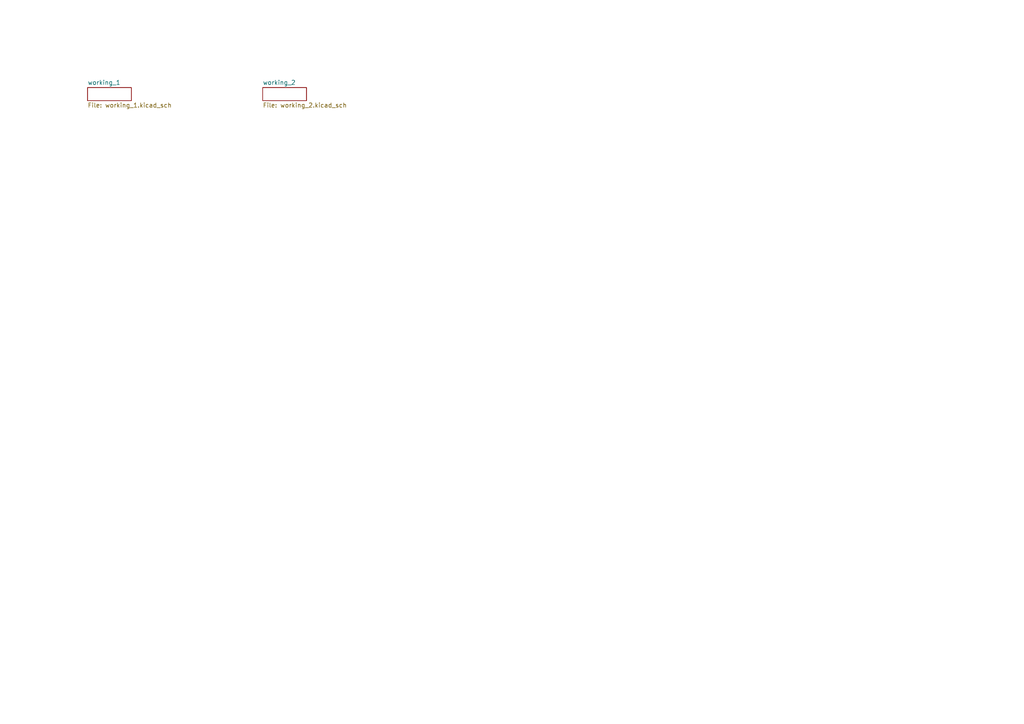
<source format=kicad_sch>
(kicad_sch (version 20230121) (generator eeschema)
  (paper "A4")
  (lib_symbols)
  (sheet (at 25.4 25.4) (size 12.7 3.81)
    (property "Sheetname" "working_1" (at 25.4 24.6884 0) (effects (justify left bottom)))
    (property "Sheetfile" "working_1.kicad_sch" (at 25.4 29.7946 0) (effects (justify left top)))
  )
  (sheet (at 76.2 25.4) (size 12.7 3.81)
    (property "Sheetname" "working_2" (at 76.2 24.6884 0) (effects (justify left bottom)))
    (property "Sheetfile" "working_2.kicad_sch" (at 76.2 29.7946 0) (effects (justify left top)))
  )
)
</source>
